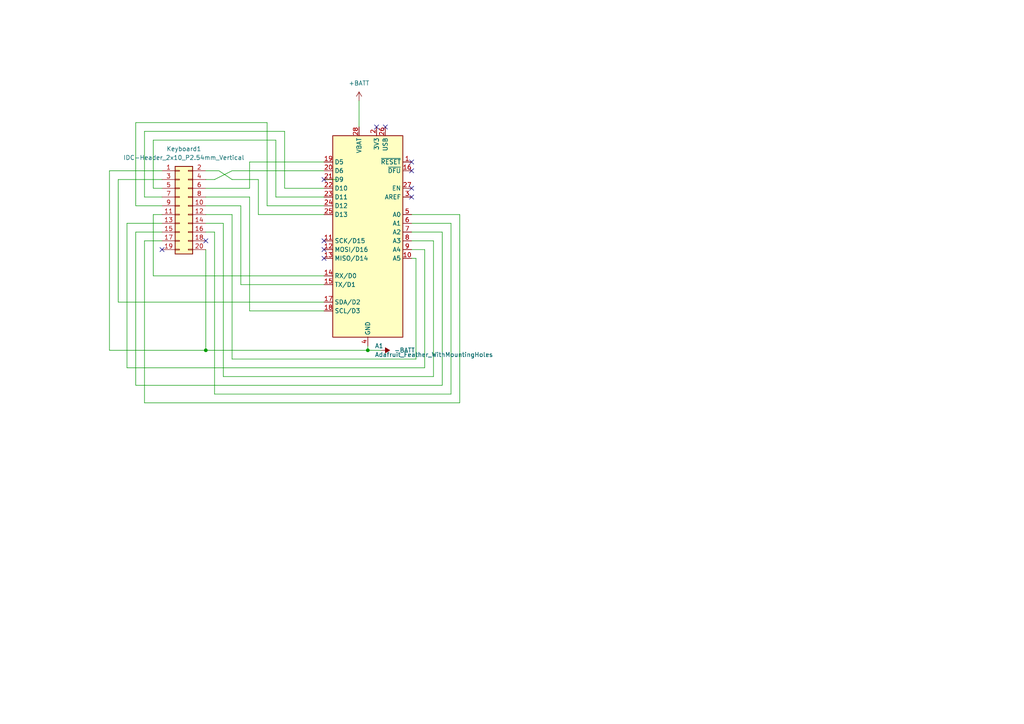
<source format=kicad_sch>
(kicad_sch (version 20211123) (generator eeschema)
  (paper "A4")
  (lib_symbols
    (symbol "Connector_Generic:Conn_02x10_Odd_Even" (pin_names (offset 1.016) hide)
      (property "Reference" "J" (at 1.27 12.7 0))
      (property "Value" "Conn_02x10_Odd_Even" (at 1.27 -15.24 0))
      (symbol "Conn_02x10_Odd_Even_1_1"
        (rectangle (start -1.27 -12.573) (end 0 -12.827) (stroke (width 0.1524)))
        (rectangle (start -1.27 -10.033) (end 0 -10.287) (stroke (width 0.1524)))
        (rectangle (start -1.27 -7.493) (end 0 -7.747) (stroke (width 0.1524)))
        (rectangle (start -1.27 -4.953) (end 0 -5.207) (stroke (width 0.1524)))
        (rectangle (start -1.27 -2.413) (end 0 -2.667) (stroke (width 0.1524)))
        (rectangle (start -1.27 0.127) (end 0 -0.127) (stroke (width 0.1524)))
        (rectangle (start -1.27 2.667) (end 0 2.413) (stroke (width 0.1524)))
        (rectangle (start -1.27 5.207) (end 0 4.953) (stroke (width 0.1524)))
        (rectangle (start -1.27 7.747) (end 0 7.493) (stroke (width 0.1524)))
        (rectangle (start -1.27 10.287) (end 0 10.033) (stroke (width 0.1524)))
        (rectangle (start -1.27 11.43) (end 3.81 -13.97) (stroke (width 0.254)) (fill (type background)))
        (rectangle (start 3.81 -12.573) (end 2.54 -12.827) (stroke (width 0.1524)))
        (rectangle (start 3.81 -10.033) (end 2.54 -10.287) (stroke (width 0.1524)))
        (rectangle (start 3.81 -7.493) (end 2.54 -7.747) (stroke (width 0.1524)))
        (rectangle (start 3.81 -4.953) (end 2.54 -5.207) (stroke (width 0.1524)))
        (rectangle (start 3.81 -2.413) (end 2.54 -2.667) (stroke (width 0.1524)))
        (rectangle (start 3.81 0.127) (end 2.54 -0.127) (stroke (width 0.1524)))
        (rectangle (start 3.81 2.667) (end 2.54 2.413) (stroke (width 0.1524)))
        (rectangle (start 3.81 5.207) (end 2.54 4.953) (stroke (width 0.1524)))
        (rectangle (start 3.81 7.747) (end 2.54 7.493) (stroke (width 0.1524)))
        (rectangle (start 3.81 10.287) (end 2.54 10.033) (stroke (width 0.1524)))
        (pin passive line (at -5.08 10.16 0) (length 3.81) (name "Pin_1") (number "1"))
        (pin passive line (at 7.62 0 180) (length 3.81) (name "Pin_10") (number "10"))
        (pin passive line (at -5.08 -2.54 0) (length 3.81) (name "Pin_11") (number "11"))
        (pin passive line (at 7.62 -2.54 180) (length 3.81) (name "Pin_12") (number "12"))
        (pin passive line (at -5.08 -5.08 0) (length 3.81) (name "Pin_13") (number "13"))
        (pin passive line (at 7.62 -5.08 180) (length 3.81) (name "Pin_14") (number "14"))
        (pin passive line (at -5.08 -7.62 0) (length 3.81) (name "Pin_15") (number "15"))
        (pin passive line (at 7.62 -7.62 180) (length 3.81) (name "Pin_16") (number "16"))
        (pin passive line (at -5.08 -10.16 0) (length 3.81) (name "Pin_17") (number "17"))
        (pin passive line (at 7.62 -10.16 180) (length 3.81) (name "Pin_18") (number "18"))
        (pin passive line (at -5.08 -12.7 0) (length 3.81) (name "Pin_19") (number "19"))
        (pin passive line (at 7.62 10.16 180) (length 3.81) (name "Pin_2") (number "2"))
        (pin passive line (at 7.62 -12.7 180) (length 3.81) (name "Pin_20") (number "20"))
        (pin passive line (at -5.08 7.62 0) (length 3.81) (name "Pin_3") (number "3"))
        (pin passive line (at 7.62 7.62 180) (length 3.81) (name "Pin_4") (number "4"))
        (pin passive line (at -5.08 5.08 0) (length 3.81) (name "Pin_5") (number "5"))
        (pin passive line (at 7.62 5.08 180) (length 3.81) (name "Pin_6") (number "6"))
        (pin passive line (at -5.08 2.54 0) (length 3.81) (name "Pin_7") (number "7"))
        (pin passive line (at 7.62 2.54 180) (length 3.81) (name "Pin_8") (number "8"))
        (pin passive line (at -5.08 0 0) (length 3.81) (name "Pin_9") (number "9"))
      )
    )
    (symbol "MCU_Module:Adafruit_Feather_32u4_BluefruitLE"
      (property "Reference" "A" (at -10.16 28.575 0))
      (property "Value" "Adafruit_Feather_32u4_BluefruitLE" (at 2.54 -31.75 0))
      (symbol "Adafruit_Feather_32u4_BluefruitLE_0_1"
        (rectangle (start -10.16 27.94) (end 10.16 -30.48) (stroke (width 0.254)) (fill (type background)))
      )
      (symbol "Adafruit_Feather_32u4_BluefruitLE_1_1"
        (pin input line (at 12.7 20.32 180) (length 2.54) (name "~{RESET}") (number "1"))
        (pin bidirectional line (at 12.7 -7.62 180) (length 2.54) (name "A5") (number "10"))
        (pin bidirectional line (at -12.7 -2.54 0) (length 2.54) (name "SCK/D15") (number "11"))
        (pin bidirectional line (at -12.7 -5.08 0) (length 2.54) (name "MOSI/D16") (number "12"))
        (pin bidirectional line (at -12.7 -7.62 0) (length 2.54) (name "MISO/D14") (number "13"))
        (pin bidirectional line (at -12.7 -12.7 0) (length 2.54) (name "RX/D0") (number "14"))
        (pin bidirectional line (at -12.7 -15.24 0) (length 2.54) (name "TX/D1") (number "15"))
        (pin input line (at 12.7 17.78 180) (length 2.54) (name "~{DFU}") (number "16"))
        (pin bidirectional line (at -12.7 -20.32 0) (length 2.54) (name "SDA/D2") (number "17"))
        (pin bidirectional line (at -12.7 -22.86 0) (length 2.54) (name "SCL/D3") (number "18"))
        (pin bidirectional line (at -12.7 20.32 0) (length 2.54) (name "D5") (number "19"))
        (pin power_in line (at 2.54 30.48 270) (length 2.54) (name "3V3") (number "2"))
        (pin bidirectional line (at -12.7 17.78 0) (length 2.54) (name "D6") (number "20"))
        (pin bidirectional line (at -12.7 15.24 0) (length 2.54) (name "D9") (number "21"))
        (pin bidirectional line (at -12.7 12.7 0) (length 2.54) (name "D10") (number "22"))
        (pin bidirectional line (at -12.7 10.16 0) (length 2.54) (name "D11") (number "23"))
        (pin bidirectional line (at -12.7 7.62 0) (length 2.54) (name "D12") (number "24"))
        (pin bidirectional line (at -12.7 5.08 0) (length 2.54) (name "D13") (number "25"))
        (pin power_in line (at 5.08 30.48 270) (length 2.54) (name "USB") (number "26"))
        (pin input line (at 12.7 12.7 180) (length 2.54) (name "EN") (number "27"))
        (pin power_in line (at -2.54 30.48 270) (length 2.54) (name "VBAT") (number "28"))
        (pin input line (at 12.7 10.16 180) (length 2.54) (name "AREF") (number "3"))
        (pin power_in line (at 0 -33.02 90) (length 2.54) (name "GND") (number "4"))
        (pin bidirectional line (at 12.7 5.08 180) (length 2.54) (name "A0") (number "5"))
        (pin bidirectional line (at 12.7 2.54 180) (length 2.54) (name "A1") (number "6"))
        (pin bidirectional line (at 12.7 0 180) (length 2.54) (name "A2") (number "7"))
        (pin bidirectional line (at 12.7 -2.54 180) (length 2.54) (name "A3") (number "8"))
        (pin bidirectional line (at 12.7 -5.08 180) (length 2.54) (name "A4") (number "9"))
      )
    )
    (symbol "power:+BATT" (power) (pin_names (offset 0))
      (property "Value" "+BATT" (at 0 3.556 0))
      (symbol "+BATT_0_1"
        (polyline (pts (xy -0.762 1.27) (xy 0 2.54)))
        (polyline (pts (xy 0 0) (xy 0 2.54)))
        (polyline (pts (xy 0 2.54) (xy 0.762 1.27)))
      )
      (symbol "+BATT_1_1"
        (pin power_in line (at 0 0 90) (length 0) hide (name "+BATT") (number "1"))
      )
    )
    (symbol "power:-BATT" (power) (pin_names (offset 0))
      (property "Value" "-BATT" (at 0 3.556 0))
      (symbol "-BATT_0_1"
        (polyline (pts (xy 0 0) (xy 0 2.54)))
        (polyline (pts (xy 0.762 1.27) (xy -0.762 1.27) (xy 0 2.54) (xy 0.762 1.27)) (fill (type outline)))
      )
      (symbol "-BATT_1_1"
        (pin power_in line (at 0 0 90) (length 0) hide (name "-BATT") (number "1"))
      )
    )
  )
  (junction (at 59.69 101.6))
  (junction (at 106.68 101.6))
  (no_connect (at 119.38 46.99))
  (no_connect (at 119.38 49.53))
  (no_connect (at 119.38 54.61))
  (no_connect (at 93.98 74.93))
  (no_connect (at 93.98 69.85))
  (no_connect (at 119.38 57.15))
  (no_connect (at 93.98 72.39))
  (no_connect (at 109.22 36.83))
  (no_connect (at 111.76 36.83))
  (no_connect (at 93.98 52.07))
  (no_connect (at 59.69 69.85))
  (no_connect (at 46.99 72.39))
  (wire (pts (xy 133.35 116.84) (xy 133.35 62.23)))
  (wire (pts (xy 77.47 59.69) (xy 93.98 59.69)))
  (wire (pts (xy 133.35 62.23) (xy 119.38 62.23)))
  (wire (pts (xy 72.39 54.61) (xy 72.39 46.99)))
  (wire (pts (xy 59.69 101.6) (xy 31.75 101.6)))
  (wire (pts (xy 46.99 62.23) (xy 44.45 62.23)))
  (wire (pts (xy 125.73 109.22) (xy 125.73 69.85)))
  (wire (pts (xy 59.69 62.23) (xy 67.31 62.23)))
  (wire (pts (xy 130.81 114.3) (xy 130.81 64.77)))
  (wire (pts (xy 67.31 49.53) (xy 62.23 52.07)))
  (wire (pts (xy 72.39 46.99) (xy 93.98 46.99)))
  (wire (pts (xy 62.23 52.07) (xy 59.69 52.07)))
  (wire (pts (xy 46.99 57.15) (xy 41.91 57.15)))
  (wire (pts (xy 39.37 35.56) (xy 77.47 35.56)))
  (wire (pts (xy 120.65 74.93) (xy 119.38 74.93)))
  (wire (pts (xy 62.23 67.31) (xy 62.23 114.3)))
  (wire (pts (xy 44.45 40.64) (xy 80.01 40.64)))
  (wire (pts (xy 123.19 72.39) (xy 119.38 72.39)))
  (wire (pts (xy 74.93 62.23) (xy 93.98 62.23)))
  (wire (pts (xy 39.37 59.69) (xy 39.37 35.56)))
  (wire (pts (xy 63.5 49.53) (xy 67.31 52.07)))
  (wire (pts (xy 41.91 116.84) (xy 133.35 116.84)))
  (wire (pts (xy 130.81 64.77) (xy 119.38 64.77)))
  (wire (pts (xy 41.91 69.85) (xy 41.91 116.84)))
  (wire (pts (xy 123.19 106.68) (xy 123.19 72.39)))
  (wire (pts (xy 125.73 69.85) (xy 119.38 69.85)))
  (wire (pts (xy 59.69 57.15) (xy 72.39 57.15)))
  (wire (pts (xy 59.69 64.77) (xy 64.77 64.77)))
  (wire (pts (xy 67.31 49.53) (xy 93.98 49.53)))
  (wire (pts (xy 120.65 104.14) (xy 120.65 74.93)))
  (wire (pts (xy 106.68 101.6) (xy 110.49 101.6)))
  (wire (pts (xy 64.77 64.77) (xy 64.77 109.22)))
  (wire (pts (xy 82.55 54.61) (xy 93.98 54.61)))
  (wire (pts (xy 44.45 54.61) (xy 44.45 40.64)))
  (wire (pts (xy 72.39 57.15) (xy 72.39 90.17)))
  (wire (pts (xy 119.38 67.31) (xy 128.27 67.31)))
  (wire (pts (xy 62.23 114.3) (xy 130.81 114.3)))
  (wire (pts (xy 67.31 62.23) (xy 67.31 104.14)))
  (wire (pts (xy 59.69 67.31) (xy 62.23 67.31)))
  (wire (pts (xy 80.01 40.64) (xy 80.01 57.15)))
  (wire (pts (xy 44.45 80.01) (xy 93.98 80.01)))
  (wire (pts (xy 93.98 52.07) (xy 97.79 52.07)))
  (wire (pts (xy 67.31 104.14) (xy 120.65 104.14)))
  (wire (pts (xy 39.37 67.31) (xy 39.37 111.76)))
  (wire (pts (xy 64.77 109.22) (xy 125.73 109.22)))
  (wire (pts (xy 44.45 62.23) (xy 44.45 80.01)))
  (wire (pts (xy 59.69 101.6) (xy 106.68 101.6)))
  (wire (pts (xy 46.99 52.07) (xy 34.29 52.07)))
  (wire (pts (xy 67.31 52.07) (xy 74.93 52.07)))
  (wire (pts (xy 36.83 64.77) (xy 36.83 106.68)))
  (wire (pts (xy 82.55 38.1) (xy 82.55 54.61)))
  (wire (pts (xy 46.99 64.77) (xy 36.83 64.77)))
  (wire (pts (xy 59.69 54.61) (xy 72.39 54.61)))
  (wire (pts (xy 59.69 59.69) (xy 69.85 59.69)))
  (wire (pts (xy 69.85 82.55) (xy 93.98 82.55)))
  (wire (pts (xy 46.99 54.61) (xy 44.45 54.61)))
  (wire (pts (xy 80.01 57.15) (xy 93.98 57.15)))
  (wire (pts (xy 31.75 49.53) (xy 46.99 49.53)))
  (wire (pts (xy 41.91 57.15) (xy 41.91 38.1)))
  (wire (pts (xy 34.29 87.63) (xy 93.98 87.63)))
  (wire (pts (xy 46.99 59.69) (xy 39.37 59.69)))
  (wire (pts (xy 106.68 101.6) (xy 106.68 100.33)))
  (wire (pts (xy 41.91 38.1) (xy 82.55 38.1)))
  (wire (pts (xy 46.99 67.31) (xy 39.37 67.31)))
  (wire (pts (xy 77.47 35.56) (xy 77.47 59.69)))
  (wire (pts (xy 34.29 52.07) (xy 34.29 87.63)))
  (wire (pts (xy 128.27 111.76) (xy 128.27 67.31)))
  (wire (pts (xy 74.93 52.07) (xy 74.93 62.23)))
  (wire (pts (xy 39.37 111.76) (xy 128.27 111.76)))
  (wire (pts (xy 59.69 49.53) (xy 63.5 49.53)))
  (wire (pts (xy 36.83 106.68) (xy 123.19 106.68)))
  (wire (pts (xy 69.85 59.69) (xy 69.85 82.55)))
  (wire (pts (xy 59.69 72.39) (xy 59.69 101.6)))
  (wire (pts (xy 46.99 69.85) (xy 41.91 69.85)))
  (wire (pts (xy 104.14 29.21) (xy 104.14 36.83)))
  (wire (pts (xy 72.39 90.17) (xy 93.98 90.17)))
  (wire (pts (xy 31.75 101.6) (xy 31.75 49.53)))
  (symbol (lib_id "Connector_Generic:Conn_02x10_Odd_Even") (at 52.07 59.69 0) (unit 1)
    (property "Reference" "Keyboard1" (at 53.34 43.18 0))
    (property "Value" "IDC-Header_2x10_P2.54mm_Vertical" (at 53.34 45.72 0))
    (property "Footprint" "Connector_IDC:IDC-Header_2x10_P2.54mm_Vertical" (effects hide))
  )
  (symbol (lib_id "power:+BATT") (at 104.14 29.21 0) (unit 1)
    (property "Reference" "#PWR0101" (effects hide))
    (property "Value" "+BATT" (at 104.14 24.13 0))
  )
  (symbol (lib_id "power:-BATT") (at 110.49 101.6 270) (unit 1)
    (property "Reference" "#PWR0102" (effects hide))
    (property "Value" "-BATT" (at 114.3 101.5999 90) (effects (justify left)))
  )
  (symbol (lib_id "MCU_Module:Adafruit_Feather_32u4_BluefruitLE") (at 106.68 67.31 0) (unit 1)
    (property "Reference" "A1" (at 108.6994 100.33 0) (effects (justify left)))
    (property "Value" "Adafruit_Feather_WithMountingHoles" (at 108.6994 102.87 0) (effects (justify left)))
    (property "Footprint" "Module:Adafruit_Feather_WithMountingHoles" (effects hide))
    (property "Datasheet" "https://cdn-learn.adafruit.com/downloads/pdf/adafruit-feather-32u4-bluefruit-le.pdf" (effects hide))
  )
)
</source>
